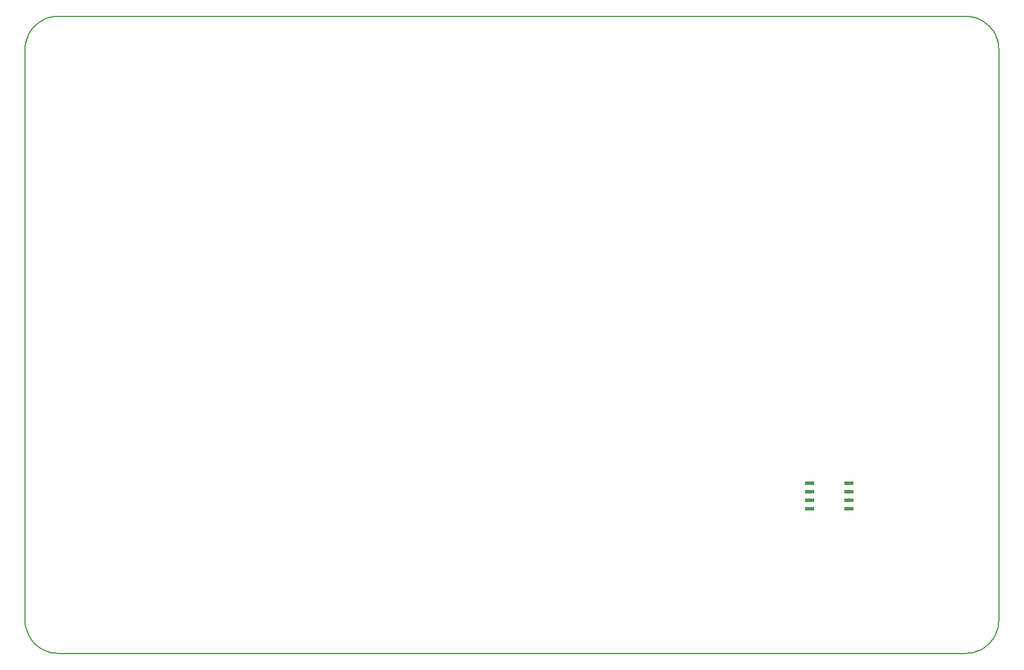
<source format=gbr>
G04 PROTEUS GERBER X2 FILE*
%TF.GenerationSoftware,Labcenter,Proteus,8.5-SP0-Build22067*%
%TF.CreationDate,2019-05-13T12:57:21+00:00*%
%TF.FileFunction,Paste,Top*%
%TF.FilePolarity,Positive*%
%TF.Part,Single*%
%FSLAX45Y45*%
%MOMM*%
G01*
%TA.AperFunction,Material*%
%ADD37R,1.397000X0.609600*%
%TA.AperFunction,Profile*%
%ADD20C,0.203200*%
D37*
X+11684000Y+2540000D03*
X+11684000Y+2413000D03*
X+11684000Y+2286000D03*
X+11684000Y+2159000D03*
X+12264000Y+2159000D03*
X+12264000Y+2286000D03*
X+12264000Y+2413000D03*
X+12264000Y+2540000D03*
D20*
X+0Y+500000D02*
X+0Y+9000000D01*
X+14500000Y+500000D02*
X+14500000Y+9000000D01*
X+14000000Y+0D02*
X+500000Y+0D01*
X+14000000Y+9500000D02*
X+500000Y+9500000D01*
X+0Y+9000000D02*
X+2525Y+9051964D01*
X+9949Y+9102234D01*
X+22041Y+9150581D01*
X+38574Y+9196777D01*
X+59318Y+9240593D01*
X+84045Y+9281799D01*
X+112526Y+9320168D01*
X+144531Y+9355469D01*
X+179832Y+9387474D01*
X+218201Y+9415955D01*
X+259407Y+9440681D01*
X+303223Y+9461426D01*
X+349419Y+9477959D01*
X+397766Y+9490051D01*
X+448036Y+9497475D01*
X+500000Y+9500000D01*
X+14500000Y+9000000D02*
X+14497475Y+9051964D01*
X+14490051Y+9102234D01*
X+14477959Y+9150581D01*
X+14461426Y+9196777D01*
X+14440682Y+9240593D01*
X+14415955Y+9281799D01*
X+14387474Y+9320168D01*
X+14355469Y+9355469D01*
X+14320168Y+9387474D01*
X+14281799Y+9415955D01*
X+14240593Y+9440681D01*
X+14196777Y+9461426D01*
X+14150581Y+9477959D01*
X+14102234Y+9490051D01*
X+14051964Y+9497475D01*
X+14000000Y+9500000D01*
X+14500000Y+500000D02*
X+14497475Y+448036D01*
X+14490051Y+397766D01*
X+14477959Y+349419D01*
X+14461426Y+303223D01*
X+14440682Y+259407D01*
X+14415955Y+218201D01*
X+14387474Y+179832D01*
X+14355469Y+144531D01*
X+14320168Y+112526D01*
X+14281799Y+84045D01*
X+14240593Y+59319D01*
X+14196777Y+38574D01*
X+14150581Y+22041D01*
X+14102234Y+9949D01*
X+14051964Y+2525D01*
X+14000000Y+0D01*
X+0Y+500000D02*
X+2525Y+448036D01*
X+9949Y+397766D01*
X+22041Y+349419D01*
X+38574Y+303223D01*
X+59318Y+259407D01*
X+84045Y+218201D01*
X+112526Y+179832D01*
X+144531Y+144531D01*
X+179832Y+112526D01*
X+218201Y+84045D01*
X+259407Y+59319D01*
X+303223Y+38574D01*
X+349419Y+22041D01*
X+397766Y+9949D01*
X+448036Y+2525D01*
X+500000Y+0D01*
M02*

</source>
